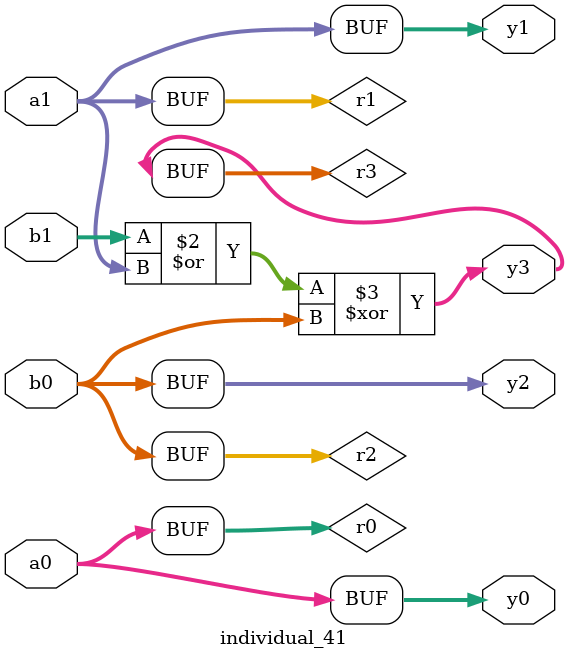
<source format=sv>
module individual_41(input logic [15:0] a1, input logic [15:0] a0, input logic [15:0] b1, input logic [15:0] b0, output logic [15:0] y3, output logic [15:0] y2, output logic [15:0] y1, output logic [15:0] y0);
logic [15:0] r0, r1, r2, r3; 
 always@(*) begin 
	 r0 = a0; r1 = a1; r2 = b0; r3 = b1; 
 	 r3  |=  a1 ;
 	 r3  ^=  b0 ;
 	 y3 = r3; y2 = r2; y1 = r1; y0 = r0; 
end
endmodule
</source>
